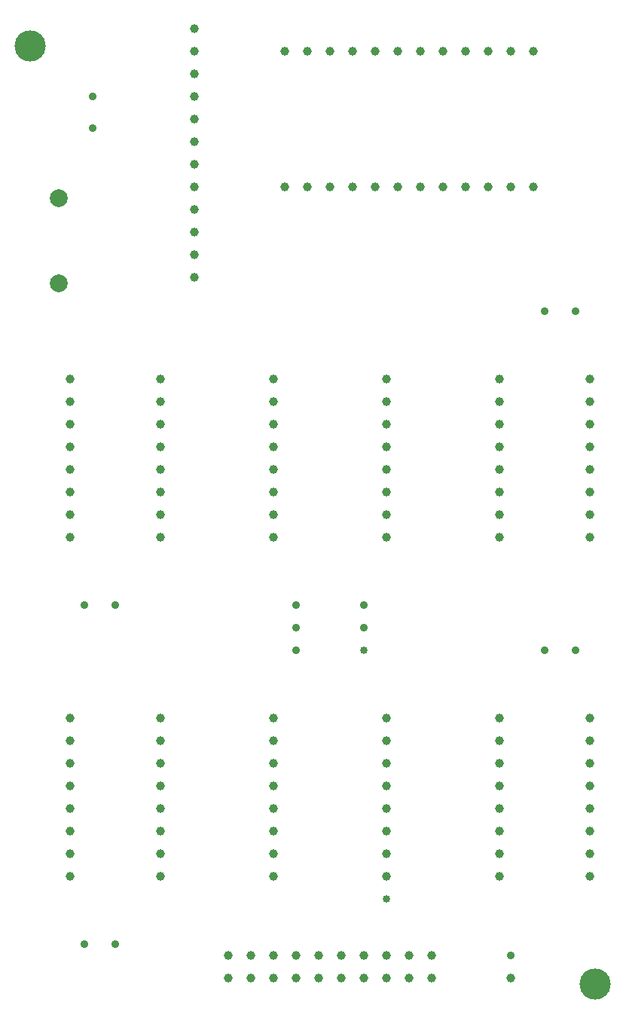
<source format=gbr>
G04 Generated by Ultiboard 14.1 *
%FSLAX33Y33*%
%MOMM*%

%ADD10C,0.001*%
%ADD11C,0.889*%
%ADD12C,0.847*%
%ADD13C,0.900*%
%ADD14C,3.500*%
%ADD15C,2.000*%
%ADD16C,1.000*%
%ADD17C,0.850*%
%ADD18C,0.995*%


G04 ColorRGB 000000 for the following layer *
%LNDrill-Copper Top-Copper Bottom*%
%LPD*%
G54D11*
X36830Y45720D03*
X36830Y48260D03*
X44450Y48260D03*
X36830Y50800D03*
X44450Y50800D03*
X60960Y11430D03*
G54D12*
X44450Y45720D03*
G54D13*
X68270Y83820D03*
X64770Y83820D03*
X68270Y45720D03*
X64770Y45720D03*
X16510Y50800D03*
X13010Y50800D03*
X16510Y12700D03*
X13010Y12700D03*
X13970Y104450D03*
X13970Y107950D03*
G54D14*
X70485Y8255D03*
X6985Y113665D03*
G54D15*
X10160Y87000D03*
X10160Y96520D03*
G54D16*
X25400Y87630D03*
X25400Y90170D03*
X25400Y92710D03*
X25400Y95250D03*
X25400Y97790D03*
X25400Y100330D03*
X25400Y102870D03*
X25400Y113030D03*
X25400Y110490D03*
X25400Y107950D03*
X25400Y105410D03*
X25400Y115570D03*
X55880Y113030D03*
X58420Y113030D03*
X60960Y113030D03*
X63500Y113030D03*
X35560Y97790D03*
X38100Y97790D03*
X40640Y97790D03*
X43180Y97790D03*
X45720Y97790D03*
X48260Y97790D03*
X50800Y97790D03*
X53340Y97790D03*
X55880Y97790D03*
X58420Y97790D03*
X60960Y97790D03*
X63500Y97790D03*
X35560Y113030D03*
X38100Y113030D03*
X40640Y113030D03*
X43180Y113030D03*
X45720Y113030D03*
X48260Y113030D03*
X50800Y113030D03*
X53340Y113030D03*
X29210Y8890D03*
X31750Y8890D03*
X34290Y8890D03*
X36830Y8890D03*
X39370Y8890D03*
X41910Y8890D03*
X44450Y8890D03*
X46990Y8890D03*
X49530Y8890D03*
X52070Y8890D03*
X29210Y11430D03*
X31750Y11430D03*
X34290Y11430D03*
X36830Y11430D03*
X39370Y11430D03*
X41910Y11430D03*
X44450Y11430D03*
X46990Y11430D03*
X49530Y11430D03*
X52070Y11430D03*
X69850Y20320D03*
X69850Y22860D03*
X69850Y25400D03*
X69850Y27940D03*
X69850Y30480D03*
X69850Y33020D03*
X69850Y35560D03*
X69850Y38100D03*
X11430Y20320D03*
X11430Y22860D03*
X11430Y25400D03*
X11430Y27940D03*
X11430Y30480D03*
X11430Y33020D03*
X11430Y35560D03*
X11430Y38100D03*
X11430Y63500D03*
X11430Y76200D03*
X11430Y73660D03*
X11430Y66040D03*
X11430Y60960D03*
X11430Y58420D03*
X11430Y68580D03*
X11430Y71120D03*
X69850Y58420D03*
X69850Y73660D03*
X69850Y76200D03*
X69850Y66040D03*
X69850Y63500D03*
X69850Y71120D03*
X69850Y68580D03*
X69850Y60960D03*
X46990Y58420D03*
X59690Y58420D03*
X46990Y60960D03*
X59690Y60960D03*
X46990Y63500D03*
X59690Y63500D03*
X46990Y66040D03*
X59690Y66040D03*
X46990Y68580D03*
X59690Y68580D03*
X46990Y71120D03*
X59690Y71120D03*
X46990Y73660D03*
X59690Y73660D03*
X46990Y76200D03*
X59690Y76200D03*
X21590Y58420D03*
X34290Y58420D03*
X21590Y60960D03*
X34290Y60960D03*
X21590Y63500D03*
X34290Y63500D03*
X21590Y66040D03*
X34290Y66040D03*
X21590Y68580D03*
X34290Y68580D03*
X21590Y71120D03*
X34290Y71120D03*
X21590Y73660D03*
X34290Y73660D03*
X21590Y76200D03*
X34290Y76200D03*
X46990Y20320D03*
X59690Y20320D03*
X46990Y22860D03*
X59690Y22860D03*
X46990Y25400D03*
X59690Y25400D03*
X46990Y27940D03*
X59690Y27940D03*
X46990Y30480D03*
X59690Y30480D03*
X46990Y33020D03*
X59690Y33020D03*
X46990Y35560D03*
X59690Y35560D03*
X46990Y38100D03*
X59690Y38100D03*
X21590Y20320D03*
X34290Y20320D03*
X21590Y22860D03*
X34290Y22860D03*
X21590Y25400D03*
X34290Y25400D03*
X21590Y27940D03*
X34290Y27940D03*
X21590Y30480D03*
X34290Y30480D03*
X21590Y33020D03*
X34290Y33020D03*
X21590Y35560D03*
X34290Y35560D03*
X21590Y38100D03*
X34290Y38100D03*
G54D17*
X46990Y17780D03*
G54D18*
X60960Y8890D03*

M02*

</source>
